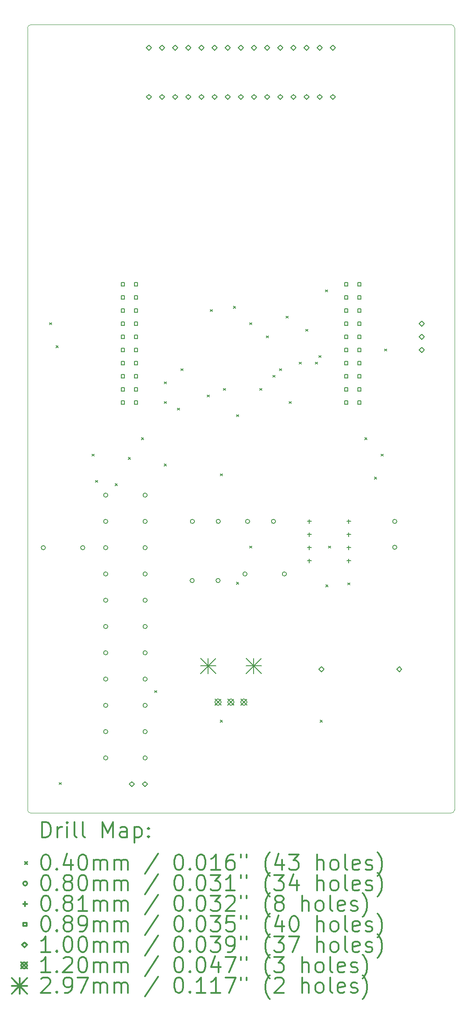
<source format=gbr>
%FSLAX45Y45*%
G04 Gerber Fmt 4.5, Leading zero omitted, Abs format (unit mm)*
G04 Created by KiCad (PCBNEW (5.1.9)-1) date 2022-04-18 13:04:57*
%MOMM*%
%LPD*%
G01*
G04 APERTURE LIST*
%TA.AperFunction,Profile*%
%ADD10C,0.100000*%
%TD*%
%ADD11C,0.200000*%
%ADD12C,0.300000*%
G04 APERTURE END LIST*
D10*
X10096500Y-1270000D02*
G75*
G02*
X10160000Y-1333500I0J-63500D01*
G01*
X1905000Y-1333500D02*
G75*
G02*
X1968500Y-1270000I63500J0D01*
G01*
X1968500Y-16510000D02*
G75*
G02*
X1905000Y-16446500I0J63500D01*
G01*
X10160000Y-16446500D02*
G75*
G02*
X10096500Y-16510000I-63500J0D01*
G01*
X10160000Y-1333500D02*
X10160000Y-16446500D01*
X1968500Y-1270000D02*
X10096500Y-1270000D01*
X1905000Y-16446500D02*
X1905000Y-1333500D01*
X10096500Y-16510000D02*
X1968500Y-16510000D01*
D11*
X2329500Y-7028500D02*
X2369500Y-7068500D01*
X2369500Y-7028500D02*
X2329500Y-7068500D01*
X2456500Y-7473000D02*
X2496500Y-7513000D01*
X2496500Y-7473000D02*
X2456500Y-7513000D01*
X2520000Y-15918500D02*
X2560000Y-15958500D01*
X2560000Y-15918500D02*
X2520000Y-15958500D01*
X3155000Y-9568500D02*
X3195000Y-9608500D01*
X3195000Y-9568500D02*
X3155000Y-9608500D01*
X3218500Y-10076500D02*
X3258500Y-10116500D01*
X3258500Y-10076500D02*
X3218500Y-10116500D01*
X3599500Y-10140000D02*
X3639500Y-10180000D01*
X3639500Y-10140000D02*
X3599500Y-10180000D01*
X3853500Y-9632000D02*
X3893500Y-9672000D01*
X3893500Y-9632000D02*
X3853500Y-9672000D01*
X4107500Y-9251000D02*
X4147500Y-9291000D01*
X4147500Y-9251000D02*
X4107500Y-9291000D01*
X4361500Y-14140500D02*
X4401500Y-14180500D01*
X4401500Y-14140500D02*
X4361500Y-14180500D01*
X4552000Y-8171500D02*
X4592000Y-8211500D01*
X4592000Y-8171500D02*
X4552000Y-8211500D01*
X4552000Y-8552500D02*
X4592000Y-8592500D01*
X4592000Y-8552500D02*
X4552000Y-8592500D01*
X4552000Y-9759000D02*
X4592000Y-9799000D01*
X4592000Y-9759000D02*
X4552000Y-9799000D01*
X4806000Y-8679500D02*
X4846000Y-8719500D01*
X4846000Y-8679500D02*
X4806000Y-8719500D01*
X4869500Y-7917500D02*
X4909500Y-7957500D01*
X4909500Y-7917500D02*
X4869500Y-7957500D01*
X5377500Y-8425500D02*
X5417500Y-8465500D01*
X5417500Y-8425500D02*
X5377500Y-8465500D01*
X5441000Y-6774500D02*
X5481000Y-6814500D01*
X5481000Y-6774500D02*
X5441000Y-6814500D01*
X5631500Y-9949500D02*
X5671500Y-9989500D01*
X5671500Y-9949500D02*
X5631500Y-9989500D01*
X5631500Y-14712000D02*
X5671500Y-14752000D01*
X5671500Y-14712000D02*
X5631500Y-14752000D01*
X5695000Y-8298500D02*
X5735000Y-8338500D01*
X5735000Y-8298500D02*
X5695000Y-8338500D01*
X5885500Y-6711000D02*
X5925500Y-6751000D01*
X5925500Y-6711000D02*
X5885500Y-6751000D01*
X5949000Y-8806500D02*
X5989000Y-8846500D01*
X5989000Y-8806500D02*
X5949000Y-8846500D01*
X5949000Y-12045000D02*
X5989000Y-12085000D01*
X5989000Y-12045000D02*
X5949000Y-12085000D01*
X6203000Y-7028500D02*
X6243000Y-7068500D01*
X6243000Y-7028500D02*
X6203000Y-7068500D01*
X6203000Y-11346500D02*
X6243000Y-11386500D01*
X6243000Y-11346500D02*
X6203000Y-11386500D01*
X6393500Y-8298500D02*
X6433500Y-8338500D01*
X6433500Y-8298500D02*
X6393500Y-8338500D01*
X6520500Y-7282500D02*
X6560500Y-7322500D01*
X6560500Y-7282500D02*
X6520500Y-7322500D01*
X6647500Y-8044500D02*
X6687500Y-8084500D01*
X6687500Y-8044500D02*
X6647500Y-8084500D01*
X6774500Y-7917500D02*
X6814500Y-7957500D01*
X6814500Y-7917500D02*
X6774500Y-7957500D01*
X6901500Y-6901500D02*
X6941500Y-6941500D01*
X6941500Y-6901500D02*
X6901500Y-6941500D01*
X6965000Y-8552500D02*
X7005000Y-8592500D01*
X7005000Y-8552500D02*
X6965000Y-8592500D01*
X7155500Y-7790500D02*
X7195500Y-7830500D01*
X7195500Y-7790500D02*
X7155500Y-7830500D01*
X7282500Y-7155500D02*
X7322500Y-7195500D01*
X7322500Y-7155500D02*
X7282500Y-7195500D01*
X7473000Y-7790500D02*
X7513000Y-7830500D01*
X7513000Y-7790500D02*
X7473000Y-7830500D01*
X7536500Y-7663500D02*
X7576500Y-7703500D01*
X7576500Y-7663500D02*
X7536500Y-7703500D01*
X7561900Y-14712000D02*
X7601900Y-14752000D01*
X7601900Y-14712000D02*
X7561900Y-14752000D01*
X7663500Y-6393500D02*
X7703500Y-6433500D01*
X7703500Y-6393500D02*
X7663500Y-6433500D01*
X7676200Y-12095800D02*
X7716200Y-12135800D01*
X7716200Y-12095800D02*
X7676200Y-12135800D01*
X7727000Y-11346500D02*
X7767000Y-11386500D01*
X7767000Y-11346500D02*
X7727000Y-11386500D01*
X8095300Y-12057700D02*
X8135300Y-12097700D01*
X8135300Y-12057700D02*
X8095300Y-12097700D01*
X8425500Y-9251000D02*
X8465500Y-9291000D01*
X8465500Y-9251000D02*
X8425500Y-9291000D01*
X8616000Y-10013000D02*
X8656000Y-10053000D01*
X8656000Y-10013000D02*
X8616000Y-10053000D01*
X8743000Y-9568500D02*
X8783000Y-9608500D01*
X8783000Y-9568500D02*
X8743000Y-9608500D01*
X8806500Y-7536500D02*
X8846500Y-7576500D01*
X8846500Y-7536500D02*
X8806500Y-7576500D01*
X2249800Y-11379200D02*
G75*
G03*
X2249800Y-11379200I-40000J0D01*
G01*
X3011800Y-11379200D02*
G75*
G03*
X3011800Y-11379200I-40000J0D01*
G01*
X3456300Y-10363200D02*
G75*
G03*
X3456300Y-10363200I-40000J0D01*
G01*
X3456300Y-10871200D02*
G75*
G03*
X3456300Y-10871200I-40000J0D01*
G01*
X3456300Y-11379200D02*
G75*
G03*
X3456300Y-11379200I-40000J0D01*
G01*
X3456300Y-11887200D02*
G75*
G03*
X3456300Y-11887200I-40000J0D01*
G01*
X3456300Y-12395200D02*
G75*
G03*
X3456300Y-12395200I-40000J0D01*
G01*
X3456300Y-12903200D02*
G75*
G03*
X3456300Y-12903200I-40000J0D01*
G01*
X3456300Y-13411200D02*
G75*
G03*
X3456300Y-13411200I-40000J0D01*
G01*
X3456300Y-13919200D02*
G75*
G03*
X3456300Y-13919200I-40000J0D01*
G01*
X3456300Y-14427200D02*
G75*
G03*
X3456300Y-14427200I-40000J0D01*
G01*
X3456300Y-14935200D02*
G75*
G03*
X3456300Y-14935200I-40000J0D01*
G01*
X3456300Y-15443200D02*
G75*
G03*
X3456300Y-15443200I-40000J0D01*
G01*
X4218300Y-10363200D02*
G75*
G03*
X4218300Y-10363200I-40000J0D01*
G01*
X4218300Y-10871200D02*
G75*
G03*
X4218300Y-10871200I-40000J0D01*
G01*
X4218300Y-11379200D02*
G75*
G03*
X4218300Y-11379200I-40000J0D01*
G01*
X4218300Y-11887200D02*
G75*
G03*
X4218300Y-11887200I-40000J0D01*
G01*
X4218300Y-12395200D02*
G75*
G03*
X4218300Y-12395200I-40000J0D01*
G01*
X4218300Y-12903200D02*
G75*
G03*
X4218300Y-12903200I-40000J0D01*
G01*
X4218300Y-13411200D02*
G75*
G03*
X4218300Y-13411200I-40000J0D01*
G01*
X4218300Y-13919200D02*
G75*
G03*
X4218300Y-13919200I-40000J0D01*
G01*
X4218300Y-14427200D02*
G75*
G03*
X4218300Y-14427200I-40000J0D01*
G01*
X4218300Y-14935200D02*
G75*
G03*
X4218300Y-14935200I-40000J0D01*
G01*
X4218300Y-15443200D02*
G75*
G03*
X4218300Y-15443200I-40000J0D01*
G01*
X5128000Y-12014200D02*
G75*
G03*
X5128000Y-12014200I-40000J0D01*
G01*
X5132700Y-10871200D02*
G75*
G03*
X5132700Y-10871200I-40000J0D01*
G01*
X5628000Y-12014200D02*
G75*
G03*
X5628000Y-12014200I-40000J0D01*
G01*
X5632700Y-10871200D02*
G75*
G03*
X5632700Y-10871200I-40000J0D01*
G01*
X6148700Y-11887200D02*
G75*
G03*
X6148700Y-11887200I-40000J0D01*
G01*
X6199500Y-10871200D02*
G75*
G03*
X6199500Y-10871200I-40000J0D01*
G01*
X6699500Y-10871200D02*
G75*
G03*
X6699500Y-10871200I-40000J0D01*
G01*
X6910700Y-11887200D02*
G75*
G03*
X6910700Y-11887200I-40000J0D01*
G01*
X9044300Y-10871200D02*
G75*
G03*
X9044300Y-10871200I-40000J0D01*
G01*
X9044300Y-11371200D02*
G75*
G03*
X9044300Y-11371200I-40000J0D01*
G01*
X7353300Y-10830560D02*
X7353300Y-10911840D01*
X7312660Y-10871200D02*
X7393940Y-10871200D01*
X7353300Y-11084560D02*
X7353300Y-11165840D01*
X7312660Y-11125200D02*
X7393940Y-11125200D01*
X7353300Y-11338560D02*
X7353300Y-11419840D01*
X7312660Y-11379200D02*
X7393940Y-11379200D01*
X7353300Y-11592560D02*
X7353300Y-11673840D01*
X7312660Y-11633200D02*
X7393940Y-11633200D01*
X8115300Y-10830560D02*
X8115300Y-10911840D01*
X8074660Y-10871200D02*
X8155940Y-10871200D01*
X8115300Y-11084560D02*
X8115300Y-11165840D01*
X8074660Y-11125200D02*
X8155940Y-11125200D01*
X8115300Y-11338560D02*
X8115300Y-11419840D01*
X8074660Y-11379200D02*
X8155940Y-11379200D01*
X8115300Y-11592560D02*
X8115300Y-11673840D01*
X8074660Y-11633200D02*
X8155940Y-11633200D01*
X3777967Y-6317967D02*
X3777967Y-6255033D01*
X3715033Y-6255033D01*
X3715033Y-6317967D01*
X3777967Y-6317967D01*
X3777967Y-6571967D02*
X3777967Y-6509033D01*
X3715033Y-6509033D01*
X3715033Y-6571967D01*
X3777967Y-6571967D01*
X3777967Y-6825967D02*
X3777967Y-6763033D01*
X3715033Y-6763033D01*
X3715033Y-6825967D01*
X3777967Y-6825967D01*
X3777967Y-7079967D02*
X3777967Y-7017033D01*
X3715033Y-7017033D01*
X3715033Y-7079967D01*
X3777967Y-7079967D01*
X3777967Y-7333967D02*
X3777967Y-7271033D01*
X3715033Y-7271033D01*
X3715033Y-7333967D01*
X3777967Y-7333967D01*
X3777967Y-7587967D02*
X3777967Y-7525033D01*
X3715033Y-7525033D01*
X3715033Y-7587967D01*
X3777967Y-7587967D01*
X3777967Y-7841967D02*
X3777967Y-7779033D01*
X3715033Y-7779033D01*
X3715033Y-7841967D01*
X3777967Y-7841967D01*
X3777967Y-8095967D02*
X3777967Y-8033033D01*
X3715033Y-8033033D01*
X3715033Y-8095967D01*
X3777967Y-8095967D01*
X3777967Y-8349967D02*
X3777967Y-8287033D01*
X3715033Y-8287033D01*
X3715033Y-8349967D01*
X3777967Y-8349967D01*
X3777967Y-8603967D02*
X3777967Y-8541033D01*
X3715033Y-8541033D01*
X3715033Y-8603967D01*
X3777967Y-8603967D01*
X4031967Y-6317967D02*
X4031967Y-6255033D01*
X3969033Y-6255033D01*
X3969033Y-6317967D01*
X4031967Y-6317967D01*
X4031967Y-6571967D02*
X4031967Y-6509033D01*
X3969033Y-6509033D01*
X3969033Y-6571967D01*
X4031967Y-6571967D01*
X4031967Y-6825967D02*
X4031967Y-6763033D01*
X3969033Y-6763033D01*
X3969033Y-6825967D01*
X4031967Y-6825967D01*
X4031967Y-7079967D02*
X4031967Y-7017033D01*
X3969033Y-7017033D01*
X3969033Y-7079967D01*
X4031967Y-7079967D01*
X4031967Y-7333967D02*
X4031967Y-7271033D01*
X3969033Y-7271033D01*
X3969033Y-7333967D01*
X4031967Y-7333967D01*
X4031967Y-7587967D02*
X4031967Y-7525033D01*
X3969033Y-7525033D01*
X3969033Y-7587967D01*
X4031967Y-7587967D01*
X4031967Y-7841967D02*
X4031967Y-7779033D01*
X3969033Y-7779033D01*
X3969033Y-7841967D01*
X4031967Y-7841967D01*
X4031967Y-8095967D02*
X4031967Y-8033033D01*
X3969033Y-8033033D01*
X3969033Y-8095967D01*
X4031967Y-8095967D01*
X4031967Y-8349967D02*
X4031967Y-8287033D01*
X3969033Y-8287033D01*
X3969033Y-8349967D01*
X4031967Y-8349967D01*
X4031967Y-8603967D02*
X4031967Y-8541033D01*
X3969033Y-8541033D01*
X3969033Y-8603967D01*
X4031967Y-8603967D01*
X8095967Y-6317967D02*
X8095967Y-6255033D01*
X8033033Y-6255033D01*
X8033033Y-6317967D01*
X8095967Y-6317967D01*
X8095967Y-6571967D02*
X8095967Y-6509033D01*
X8033033Y-6509033D01*
X8033033Y-6571967D01*
X8095967Y-6571967D01*
X8095967Y-6825967D02*
X8095967Y-6763033D01*
X8033033Y-6763033D01*
X8033033Y-6825967D01*
X8095967Y-6825967D01*
X8095967Y-7079967D02*
X8095967Y-7017033D01*
X8033033Y-7017033D01*
X8033033Y-7079967D01*
X8095967Y-7079967D01*
X8095967Y-7333967D02*
X8095967Y-7271033D01*
X8033033Y-7271033D01*
X8033033Y-7333967D01*
X8095967Y-7333967D01*
X8095967Y-7587967D02*
X8095967Y-7525033D01*
X8033033Y-7525033D01*
X8033033Y-7587967D01*
X8095967Y-7587967D01*
X8095967Y-7841967D02*
X8095967Y-7779033D01*
X8033033Y-7779033D01*
X8033033Y-7841967D01*
X8095967Y-7841967D01*
X8095967Y-8095967D02*
X8095967Y-8033033D01*
X8033033Y-8033033D01*
X8033033Y-8095967D01*
X8095967Y-8095967D01*
X8095967Y-8349967D02*
X8095967Y-8287033D01*
X8033033Y-8287033D01*
X8033033Y-8349967D01*
X8095967Y-8349967D01*
X8095967Y-8603967D02*
X8095967Y-8541033D01*
X8033033Y-8541033D01*
X8033033Y-8603967D01*
X8095967Y-8603967D01*
X8349967Y-6317967D02*
X8349967Y-6255033D01*
X8287033Y-6255033D01*
X8287033Y-6317967D01*
X8349967Y-6317967D01*
X8349967Y-6571967D02*
X8349967Y-6509033D01*
X8287033Y-6509033D01*
X8287033Y-6571967D01*
X8349967Y-6571967D01*
X8349967Y-6825967D02*
X8349967Y-6763033D01*
X8287033Y-6763033D01*
X8287033Y-6825967D01*
X8349967Y-6825967D01*
X8349967Y-7079967D02*
X8349967Y-7017033D01*
X8287033Y-7017033D01*
X8287033Y-7079967D01*
X8349967Y-7079967D01*
X8349967Y-7333967D02*
X8349967Y-7271033D01*
X8287033Y-7271033D01*
X8287033Y-7333967D01*
X8349967Y-7333967D01*
X8349967Y-7587967D02*
X8349967Y-7525033D01*
X8287033Y-7525033D01*
X8287033Y-7587967D01*
X8349967Y-7587967D01*
X8349967Y-7841967D02*
X8349967Y-7779033D01*
X8287033Y-7779033D01*
X8287033Y-7841967D01*
X8349967Y-7841967D01*
X8349967Y-8095967D02*
X8349967Y-8033033D01*
X8287033Y-8033033D01*
X8287033Y-8095967D01*
X8349967Y-8095967D01*
X8349967Y-8349967D02*
X8349967Y-8287033D01*
X8287033Y-8287033D01*
X8287033Y-8349967D01*
X8349967Y-8349967D01*
X8349967Y-8603967D02*
X8349967Y-8541033D01*
X8287033Y-8541033D01*
X8287033Y-8603967D01*
X8349967Y-8603967D01*
X3924300Y-16001200D02*
X3974300Y-15951200D01*
X3924300Y-15901200D01*
X3874300Y-15951200D01*
X3924300Y-16001200D01*
X4178300Y-16001200D02*
X4228300Y-15951200D01*
X4178300Y-15901200D01*
X4128300Y-15951200D01*
X4178300Y-16001200D01*
X4254500Y-1764500D02*
X4304500Y-1714500D01*
X4254500Y-1664500D01*
X4204500Y-1714500D01*
X4254500Y-1764500D01*
X4254500Y-2717000D02*
X4304500Y-2667000D01*
X4254500Y-2617000D01*
X4204500Y-2667000D01*
X4254500Y-2717000D01*
X4508500Y-1764500D02*
X4558500Y-1714500D01*
X4508500Y-1664500D01*
X4458500Y-1714500D01*
X4508500Y-1764500D01*
X4508500Y-2717000D02*
X4558500Y-2667000D01*
X4508500Y-2617000D01*
X4458500Y-2667000D01*
X4508500Y-2717000D01*
X4762500Y-1764500D02*
X4812500Y-1714500D01*
X4762500Y-1664500D01*
X4712500Y-1714500D01*
X4762500Y-1764500D01*
X4762500Y-2717000D02*
X4812500Y-2667000D01*
X4762500Y-2617000D01*
X4712500Y-2667000D01*
X4762500Y-2717000D01*
X5016500Y-1764500D02*
X5066500Y-1714500D01*
X5016500Y-1664500D01*
X4966500Y-1714500D01*
X5016500Y-1764500D01*
X5016500Y-2717000D02*
X5066500Y-2667000D01*
X5016500Y-2617000D01*
X4966500Y-2667000D01*
X5016500Y-2717000D01*
X5270500Y-1764500D02*
X5320500Y-1714500D01*
X5270500Y-1664500D01*
X5220500Y-1714500D01*
X5270500Y-1764500D01*
X5270500Y-2717000D02*
X5320500Y-2667000D01*
X5270500Y-2617000D01*
X5220500Y-2667000D01*
X5270500Y-2717000D01*
X5524500Y-1764500D02*
X5574500Y-1714500D01*
X5524500Y-1664500D01*
X5474500Y-1714500D01*
X5524500Y-1764500D01*
X5524500Y-2717000D02*
X5574500Y-2667000D01*
X5524500Y-2617000D01*
X5474500Y-2667000D01*
X5524500Y-2717000D01*
X5778500Y-1764500D02*
X5828500Y-1714500D01*
X5778500Y-1664500D01*
X5728500Y-1714500D01*
X5778500Y-1764500D01*
X5778500Y-2717000D02*
X5828500Y-2667000D01*
X5778500Y-2617000D01*
X5728500Y-2667000D01*
X5778500Y-2717000D01*
X6032500Y-1764500D02*
X6082500Y-1714500D01*
X6032500Y-1664500D01*
X5982500Y-1714500D01*
X6032500Y-1764500D01*
X6032500Y-2717000D02*
X6082500Y-2667000D01*
X6032500Y-2617000D01*
X5982500Y-2667000D01*
X6032500Y-2717000D01*
X6286500Y-1764500D02*
X6336500Y-1714500D01*
X6286500Y-1664500D01*
X6236500Y-1714500D01*
X6286500Y-1764500D01*
X6286500Y-2717000D02*
X6336500Y-2667000D01*
X6286500Y-2617000D01*
X6236500Y-2667000D01*
X6286500Y-2717000D01*
X6540500Y-1764500D02*
X6590500Y-1714500D01*
X6540500Y-1664500D01*
X6490500Y-1714500D01*
X6540500Y-1764500D01*
X6540500Y-2717000D02*
X6590500Y-2667000D01*
X6540500Y-2617000D01*
X6490500Y-2667000D01*
X6540500Y-2717000D01*
X6794500Y-1764500D02*
X6844500Y-1714500D01*
X6794500Y-1664500D01*
X6744500Y-1714500D01*
X6794500Y-1764500D01*
X6794500Y-2717000D02*
X6844500Y-2667000D01*
X6794500Y-2617000D01*
X6744500Y-2667000D01*
X6794500Y-2717000D01*
X7048500Y-1764500D02*
X7098500Y-1714500D01*
X7048500Y-1664500D01*
X6998500Y-1714500D01*
X7048500Y-1764500D01*
X7048500Y-2717000D02*
X7098500Y-2667000D01*
X7048500Y-2617000D01*
X6998500Y-2667000D01*
X7048500Y-2717000D01*
X7302500Y-1764500D02*
X7352500Y-1714500D01*
X7302500Y-1664500D01*
X7252500Y-1714500D01*
X7302500Y-1764500D01*
X7302500Y-2717000D02*
X7352500Y-2667000D01*
X7302500Y-2617000D01*
X7252500Y-2667000D01*
X7302500Y-2717000D01*
X7556500Y-1764500D02*
X7606500Y-1714500D01*
X7556500Y-1664500D01*
X7506500Y-1714500D01*
X7556500Y-1764500D01*
X7556500Y-2717000D02*
X7606500Y-2667000D01*
X7556500Y-2617000D01*
X7506500Y-2667000D01*
X7556500Y-2717000D01*
X7590800Y-13778700D02*
X7640800Y-13728700D01*
X7590800Y-13678700D01*
X7540800Y-13728700D01*
X7590800Y-13778700D01*
X7810500Y-1764500D02*
X7860500Y-1714500D01*
X7810500Y-1664500D01*
X7760500Y-1714500D01*
X7810500Y-1764500D01*
X7810500Y-2717000D02*
X7860500Y-2667000D01*
X7810500Y-2617000D01*
X7760500Y-2667000D01*
X7810500Y-2717000D01*
X9090800Y-13778700D02*
X9140800Y-13728700D01*
X9090800Y-13678700D01*
X9040800Y-13728700D01*
X9090800Y-13778700D01*
X9525000Y-7098500D02*
X9575000Y-7048500D01*
X9525000Y-6998500D01*
X9475000Y-7048500D01*
X9525000Y-7098500D01*
X9525000Y-7352500D02*
X9575000Y-7302500D01*
X9525000Y-7252500D01*
X9475000Y-7302500D01*
X9525000Y-7352500D01*
X9525000Y-7606500D02*
X9575000Y-7556500D01*
X9525000Y-7506500D01*
X9475000Y-7556500D01*
X9525000Y-7606500D01*
X5527500Y-14305200D02*
X5647500Y-14425200D01*
X5647500Y-14305200D02*
X5527500Y-14425200D01*
X5647500Y-14365200D02*
G75*
G03*
X5647500Y-14365200I-60000J0D01*
G01*
X5777500Y-14305200D02*
X5897500Y-14425200D01*
X5897500Y-14305200D02*
X5777500Y-14425200D01*
X5897500Y-14365200D02*
G75*
G03*
X5897500Y-14365200I-60000J0D01*
G01*
X6027500Y-14305200D02*
X6147500Y-14425200D01*
X6147500Y-14305200D02*
X6027500Y-14425200D01*
X6147500Y-14365200D02*
G75*
G03*
X6147500Y-14365200I-60000J0D01*
G01*
X5248840Y-13516540D02*
X5546160Y-13813860D01*
X5546160Y-13516540D02*
X5248840Y-13813860D01*
X5397500Y-13516540D02*
X5397500Y-13813860D01*
X5248840Y-13665200D02*
X5546160Y-13665200D01*
X6128840Y-13516540D02*
X6426160Y-13813860D01*
X6426160Y-13516540D02*
X6128840Y-13813860D01*
X6277500Y-13516540D02*
X6277500Y-13813860D01*
X6128840Y-13665200D02*
X6426160Y-13665200D01*
D12*
X2186428Y-16980714D02*
X2186428Y-16680714D01*
X2257857Y-16680714D01*
X2300714Y-16695000D01*
X2329286Y-16723571D01*
X2343571Y-16752143D01*
X2357857Y-16809286D01*
X2357857Y-16852143D01*
X2343571Y-16909286D01*
X2329286Y-16937857D01*
X2300714Y-16966429D01*
X2257857Y-16980714D01*
X2186428Y-16980714D01*
X2486428Y-16980714D02*
X2486428Y-16780714D01*
X2486428Y-16837857D02*
X2500714Y-16809286D01*
X2515000Y-16795000D01*
X2543571Y-16780714D01*
X2572143Y-16780714D01*
X2672143Y-16980714D02*
X2672143Y-16780714D01*
X2672143Y-16680714D02*
X2657857Y-16695000D01*
X2672143Y-16709286D01*
X2686428Y-16695000D01*
X2672143Y-16680714D01*
X2672143Y-16709286D01*
X2857857Y-16980714D02*
X2829286Y-16966429D01*
X2815000Y-16937857D01*
X2815000Y-16680714D01*
X3015000Y-16980714D02*
X2986428Y-16966429D01*
X2972143Y-16937857D01*
X2972143Y-16680714D01*
X3357857Y-16980714D02*
X3357857Y-16680714D01*
X3457857Y-16895000D01*
X3557857Y-16680714D01*
X3557857Y-16980714D01*
X3829286Y-16980714D02*
X3829286Y-16823572D01*
X3815000Y-16795000D01*
X3786428Y-16780714D01*
X3729286Y-16780714D01*
X3700714Y-16795000D01*
X3829286Y-16966429D02*
X3800714Y-16980714D01*
X3729286Y-16980714D01*
X3700714Y-16966429D01*
X3686428Y-16937857D01*
X3686428Y-16909286D01*
X3700714Y-16880714D01*
X3729286Y-16866429D01*
X3800714Y-16866429D01*
X3829286Y-16852143D01*
X3972143Y-16780714D02*
X3972143Y-17080714D01*
X3972143Y-16795000D02*
X4000714Y-16780714D01*
X4057857Y-16780714D01*
X4086428Y-16795000D01*
X4100714Y-16809286D01*
X4115000Y-16837857D01*
X4115000Y-16923572D01*
X4100714Y-16952143D01*
X4086428Y-16966429D01*
X4057857Y-16980714D01*
X4000714Y-16980714D01*
X3972143Y-16966429D01*
X4243571Y-16952143D02*
X4257857Y-16966429D01*
X4243571Y-16980714D01*
X4229286Y-16966429D01*
X4243571Y-16952143D01*
X4243571Y-16980714D01*
X4243571Y-16795000D02*
X4257857Y-16809286D01*
X4243571Y-16823572D01*
X4229286Y-16809286D01*
X4243571Y-16795000D01*
X4243571Y-16823572D01*
X1860000Y-17455000D02*
X1900000Y-17495000D01*
X1900000Y-17455000D02*
X1860000Y-17495000D01*
X2243571Y-17310714D02*
X2272143Y-17310714D01*
X2300714Y-17325000D01*
X2315000Y-17339286D01*
X2329286Y-17367857D01*
X2343571Y-17425000D01*
X2343571Y-17496429D01*
X2329286Y-17553572D01*
X2315000Y-17582143D01*
X2300714Y-17596429D01*
X2272143Y-17610714D01*
X2243571Y-17610714D01*
X2215000Y-17596429D01*
X2200714Y-17582143D01*
X2186428Y-17553572D01*
X2172143Y-17496429D01*
X2172143Y-17425000D01*
X2186428Y-17367857D01*
X2200714Y-17339286D01*
X2215000Y-17325000D01*
X2243571Y-17310714D01*
X2472143Y-17582143D02*
X2486428Y-17596429D01*
X2472143Y-17610714D01*
X2457857Y-17596429D01*
X2472143Y-17582143D01*
X2472143Y-17610714D01*
X2743571Y-17410714D02*
X2743571Y-17610714D01*
X2672143Y-17296429D02*
X2600714Y-17510714D01*
X2786428Y-17510714D01*
X2957857Y-17310714D02*
X2986428Y-17310714D01*
X3015000Y-17325000D01*
X3029286Y-17339286D01*
X3043571Y-17367857D01*
X3057857Y-17425000D01*
X3057857Y-17496429D01*
X3043571Y-17553572D01*
X3029286Y-17582143D01*
X3015000Y-17596429D01*
X2986428Y-17610714D01*
X2957857Y-17610714D01*
X2929286Y-17596429D01*
X2915000Y-17582143D01*
X2900714Y-17553572D01*
X2886428Y-17496429D01*
X2886428Y-17425000D01*
X2900714Y-17367857D01*
X2915000Y-17339286D01*
X2929286Y-17325000D01*
X2957857Y-17310714D01*
X3186428Y-17610714D02*
X3186428Y-17410714D01*
X3186428Y-17439286D02*
X3200714Y-17425000D01*
X3229286Y-17410714D01*
X3272143Y-17410714D01*
X3300714Y-17425000D01*
X3315000Y-17453572D01*
X3315000Y-17610714D01*
X3315000Y-17453572D02*
X3329286Y-17425000D01*
X3357857Y-17410714D01*
X3400714Y-17410714D01*
X3429286Y-17425000D01*
X3443571Y-17453572D01*
X3443571Y-17610714D01*
X3586428Y-17610714D02*
X3586428Y-17410714D01*
X3586428Y-17439286D02*
X3600714Y-17425000D01*
X3629286Y-17410714D01*
X3672143Y-17410714D01*
X3700714Y-17425000D01*
X3715000Y-17453572D01*
X3715000Y-17610714D01*
X3715000Y-17453572D02*
X3729286Y-17425000D01*
X3757857Y-17410714D01*
X3800714Y-17410714D01*
X3829286Y-17425000D01*
X3843571Y-17453572D01*
X3843571Y-17610714D01*
X4429286Y-17296429D02*
X4172143Y-17682143D01*
X4815000Y-17310714D02*
X4843571Y-17310714D01*
X4872143Y-17325000D01*
X4886428Y-17339286D01*
X4900714Y-17367857D01*
X4915000Y-17425000D01*
X4915000Y-17496429D01*
X4900714Y-17553572D01*
X4886428Y-17582143D01*
X4872143Y-17596429D01*
X4843571Y-17610714D01*
X4815000Y-17610714D01*
X4786428Y-17596429D01*
X4772143Y-17582143D01*
X4757857Y-17553572D01*
X4743571Y-17496429D01*
X4743571Y-17425000D01*
X4757857Y-17367857D01*
X4772143Y-17339286D01*
X4786428Y-17325000D01*
X4815000Y-17310714D01*
X5043571Y-17582143D02*
X5057857Y-17596429D01*
X5043571Y-17610714D01*
X5029286Y-17596429D01*
X5043571Y-17582143D01*
X5043571Y-17610714D01*
X5243571Y-17310714D02*
X5272143Y-17310714D01*
X5300714Y-17325000D01*
X5315000Y-17339286D01*
X5329286Y-17367857D01*
X5343571Y-17425000D01*
X5343571Y-17496429D01*
X5329286Y-17553572D01*
X5315000Y-17582143D01*
X5300714Y-17596429D01*
X5272143Y-17610714D01*
X5243571Y-17610714D01*
X5215000Y-17596429D01*
X5200714Y-17582143D01*
X5186428Y-17553572D01*
X5172143Y-17496429D01*
X5172143Y-17425000D01*
X5186428Y-17367857D01*
X5200714Y-17339286D01*
X5215000Y-17325000D01*
X5243571Y-17310714D01*
X5629286Y-17610714D02*
X5457857Y-17610714D01*
X5543571Y-17610714D02*
X5543571Y-17310714D01*
X5515000Y-17353572D01*
X5486428Y-17382143D01*
X5457857Y-17396429D01*
X5886428Y-17310714D02*
X5829286Y-17310714D01*
X5800714Y-17325000D01*
X5786428Y-17339286D01*
X5757857Y-17382143D01*
X5743571Y-17439286D01*
X5743571Y-17553572D01*
X5757857Y-17582143D01*
X5772143Y-17596429D01*
X5800714Y-17610714D01*
X5857857Y-17610714D01*
X5886428Y-17596429D01*
X5900714Y-17582143D01*
X5915000Y-17553572D01*
X5915000Y-17482143D01*
X5900714Y-17453572D01*
X5886428Y-17439286D01*
X5857857Y-17425000D01*
X5800714Y-17425000D01*
X5772143Y-17439286D01*
X5757857Y-17453572D01*
X5743571Y-17482143D01*
X6029286Y-17310714D02*
X6029286Y-17367857D01*
X6143571Y-17310714D02*
X6143571Y-17367857D01*
X6586428Y-17725000D02*
X6572143Y-17710714D01*
X6543571Y-17667857D01*
X6529286Y-17639286D01*
X6515000Y-17596429D01*
X6500714Y-17525000D01*
X6500714Y-17467857D01*
X6515000Y-17396429D01*
X6529286Y-17353572D01*
X6543571Y-17325000D01*
X6572143Y-17282143D01*
X6586428Y-17267857D01*
X6829286Y-17410714D02*
X6829286Y-17610714D01*
X6757857Y-17296429D02*
X6686428Y-17510714D01*
X6872143Y-17510714D01*
X6957857Y-17310714D02*
X7143571Y-17310714D01*
X7043571Y-17425000D01*
X7086428Y-17425000D01*
X7115000Y-17439286D01*
X7129286Y-17453572D01*
X7143571Y-17482143D01*
X7143571Y-17553572D01*
X7129286Y-17582143D01*
X7115000Y-17596429D01*
X7086428Y-17610714D01*
X7000714Y-17610714D01*
X6972143Y-17596429D01*
X6957857Y-17582143D01*
X7500714Y-17610714D02*
X7500714Y-17310714D01*
X7629286Y-17610714D02*
X7629286Y-17453572D01*
X7615000Y-17425000D01*
X7586428Y-17410714D01*
X7543571Y-17410714D01*
X7515000Y-17425000D01*
X7500714Y-17439286D01*
X7815000Y-17610714D02*
X7786428Y-17596429D01*
X7772143Y-17582143D01*
X7757857Y-17553572D01*
X7757857Y-17467857D01*
X7772143Y-17439286D01*
X7786428Y-17425000D01*
X7815000Y-17410714D01*
X7857857Y-17410714D01*
X7886428Y-17425000D01*
X7900714Y-17439286D01*
X7915000Y-17467857D01*
X7915000Y-17553572D01*
X7900714Y-17582143D01*
X7886428Y-17596429D01*
X7857857Y-17610714D01*
X7815000Y-17610714D01*
X8086428Y-17610714D02*
X8057857Y-17596429D01*
X8043571Y-17567857D01*
X8043571Y-17310714D01*
X8315000Y-17596429D02*
X8286428Y-17610714D01*
X8229286Y-17610714D01*
X8200714Y-17596429D01*
X8186428Y-17567857D01*
X8186428Y-17453572D01*
X8200714Y-17425000D01*
X8229286Y-17410714D01*
X8286428Y-17410714D01*
X8315000Y-17425000D01*
X8329286Y-17453572D01*
X8329286Y-17482143D01*
X8186428Y-17510714D01*
X8443571Y-17596429D02*
X8472143Y-17610714D01*
X8529286Y-17610714D01*
X8557857Y-17596429D01*
X8572143Y-17567857D01*
X8572143Y-17553572D01*
X8557857Y-17525000D01*
X8529286Y-17510714D01*
X8486428Y-17510714D01*
X8457857Y-17496429D01*
X8443571Y-17467857D01*
X8443571Y-17453572D01*
X8457857Y-17425000D01*
X8486428Y-17410714D01*
X8529286Y-17410714D01*
X8557857Y-17425000D01*
X8672143Y-17725000D02*
X8686428Y-17710714D01*
X8715000Y-17667857D01*
X8729286Y-17639286D01*
X8743571Y-17596429D01*
X8757857Y-17525000D01*
X8757857Y-17467857D01*
X8743571Y-17396429D01*
X8729286Y-17353572D01*
X8715000Y-17325000D01*
X8686428Y-17282143D01*
X8672143Y-17267857D01*
X1900000Y-17871000D02*
G75*
G03*
X1900000Y-17871000I-40000J0D01*
G01*
X2243571Y-17706714D02*
X2272143Y-17706714D01*
X2300714Y-17721000D01*
X2315000Y-17735286D01*
X2329286Y-17763857D01*
X2343571Y-17821000D01*
X2343571Y-17892429D01*
X2329286Y-17949572D01*
X2315000Y-17978143D01*
X2300714Y-17992429D01*
X2272143Y-18006714D01*
X2243571Y-18006714D01*
X2215000Y-17992429D01*
X2200714Y-17978143D01*
X2186428Y-17949572D01*
X2172143Y-17892429D01*
X2172143Y-17821000D01*
X2186428Y-17763857D01*
X2200714Y-17735286D01*
X2215000Y-17721000D01*
X2243571Y-17706714D01*
X2472143Y-17978143D02*
X2486428Y-17992429D01*
X2472143Y-18006714D01*
X2457857Y-17992429D01*
X2472143Y-17978143D01*
X2472143Y-18006714D01*
X2657857Y-17835286D02*
X2629286Y-17821000D01*
X2615000Y-17806714D01*
X2600714Y-17778143D01*
X2600714Y-17763857D01*
X2615000Y-17735286D01*
X2629286Y-17721000D01*
X2657857Y-17706714D01*
X2715000Y-17706714D01*
X2743571Y-17721000D01*
X2757857Y-17735286D01*
X2772143Y-17763857D01*
X2772143Y-17778143D01*
X2757857Y-17806714D01*
X2743571Y-17821000D01*
X2715000Y-17835286D01*
X2657857Y-17835286D01*
X2629286Y-17849572D01*
X2615000Y-17863857D01*
X2600714Y-17892429D01*
X2600714Y-17949572D01*
X2615000Y-17978143D01*
X2629286Y-17992429D01*
X2657857Y-18006714D01*
X2715000Y-18006714D01*
X2743571Y-17992429D01*
X2757857Y-17978143D01*
X2772143Y-17949572D01*
X2772143Y-17892429D01*
X2757857Y-17863857D01*
X2743571Y-17849572D01*
X2715000Y-17835286D01*
X2957857Y-17706714D02*
X2986428Y-17706714D01*
X3015000Y-17721000D01*
X3029286Y-17735286D01*
X3043571Y-17763857D01*
X3057857Y-17821000D01*
X3057857Y-17892429D01*
X3043571Y-17949572D01*
X3029286Y-17978143D01*
X3015000Y-17992429D01*
X2986428Y-18006714D01*
X2957857Y-18006714D01*
X2929286Y-17992429D01*
X2915000Y-17978143D01*
X2900714Y-17949572D01*
X2886428Y-17892429D01*
X2886428Y-17821000D01*
X2900714Y-17763857D01*
X2915000Y-17735286D01*
X2929286Y-17721000D01*
X2957857Y-17706714D01*
X3186428Y-18006714D02*
X3186428Y-17806714D01*
X3186428Y-17835286D02*
X3200714Y-17821000D01*
X3229286Y-17806714D01*
X3272143Y-17806714D01*
X3300714Y-17821000D01*
X3315000Y-17849572D01*
X3315000Y-18006714D01*
X3315000Y-17849572D02*
X3329286Y-17821000D01*
X3357857Y-17806714D01*
X3400714Y-17806714D01*
X3429286Y-17821000D01*
X3443571Y-17849572D01*
X3443571Y-18006714D01*
X3586428Y-18006714D02*
X3586428Y-17806714D01*
X3586428Y-17835286D02*
X3600714Y-17821000D01*
X3629286Y-17806714D01*
X3672143Y-17806714D01*
X3700714Y-17821000D01*
X3715000Y-17849572D01*
X3715000Y-18006714D01*
X3715000Y-17849572D02*
X3729286Y-17821000D01*
X3757857Y-17806714D01*
X3800714Y-17806714D01*
X3829286Y-17821000D01*
X3843571Y-17849572D01*
X3843571Y-18006714D01*
X4429286Y-17692429D02*
X4172143Y-18078143D01*
X4815000Y-17706714D02*
X4843571Y-17706714D01*
X4872143Y-17721000D01*
X4886428Y-17735286D01*
X4900714Y-17763857D01*
X4915000Y-17821000D01*
X4915000Y-17892429D01*
X4900714Y-17949572D01*
X4886428Y-17978143D01*
X4872143Y-17992429D01*
X4843571Y-18006714D01*
X4815000Y-18006714D01*
X4786428Y-17992429D01*
X4772143Y-17978143D01*
X4757857Y-17949572D01*
X4743571Y-17892429D01*
X4743571Y-17821000D01*
X4757857Y-17763857D01*
X4772143Y-17735286D01*
X4786428Y-17721000D01*
X4815000Y-17706714D01*
X5043571Y-17978143D02*
X5057857Y-17992429D01*
X5043571Y-18006714D01*
X5029286Y-17992429D01*
X5043571Y-17978143D01*
X5043571Y-18006714D01*
X5243571Y-17706714D02*
X5272143Y-17706714D01*
X5300714Y-17721000D01*
X5315000Y-17735286D01*
X5329286Y-17763857D01*
X5343571Y-17821000D01*
X5343571Y-17892429D01*
X5329286Y-17949572D01*
X5315000Y-17978143D01*
X5300714Y-17992429D01*
X5272143Y-18006714D01*
X5243571Y-18006714D01*
X5215000Y-17992429D01*
X5200714Y-17978143D01*
X5186428Y-17949572D01*
X5172143Y-17892429D01*
X5172143Y-17821000D01*
X5186428Y-17763857D01*
X5200714Y-17735286D01*
X5215000Y-17721000D01*
X5243571Y-17706714D01*
X5443571Y-17706714D02*
X5629286Y-17706714D01*
X5529286Y-17821000D01*
X5572143Y-17821000D01*
X5600714Y-17835286D01*
X5615000Y-17849572D01*
X5629286Y-17878143D01*
X5629286Y-17949572D01*
X5615000Y-17978143D01*
X5600714Y-17992429D01*
X5572143Y-18006714D01*
X5486428Y-18006714D01*
X5457857Y-17992429D01*
X5443571Y-17978143D01*
X5915000Y-18006714D02*
X5743571Y-18006714D01*
X5829286Y-18006714D02*
X5829286Y-17706714D01*
X5800714Y-17749572D01*
X5772143Y-17778143D01*
X5743571Y-17792429D01*
X6029286Y-17706714D02*
X6029286Y-17763857D01*
X6143571Y-17706714D02*
X6143571Y-17763857D01*
X6586428Y-18121000D02*
X6572143Y-18106714D01*
X6543571Y-18063857D01*
X6529286Y-18035286D01*
X6515000Y-17992429D01*
X6500714Y-17921000D01*
X6500714Y-17863857D01*
X6515000Y-17792429D01*
X6529286Y-17749572D01*
X6543571Y-17721000D01*
X6572143Y-17678143D01*
X6586428Y-17663857D01*
X6672143Y-17706714D02*
X6857857Y-17706714D01*
X6757857Y-17821000D01*
X6800714Y-17821000D01*
X6829286Y-17835286D01*
X6843571Y-17849572D01*
X6857857Y-17878143D01*
X6857857Y-17949572D01*
X6843571Y-17978143D01*
X6829286Y-17992429D01*
X6800714Y-18006714D01*
X6715000Y-18006714D01*
X6686428Y-17992429D01*
X6672143Y-17978143D01*
X7115000Y-17806714D02*
X7115000Y-18006714D01*
X7043571Y-17692429D02*
X6972143Y-17906714D01*
X7157857Y-17906714D01*
X7500714Y-18006714D02*
X7500714Y-17706714D01*
X7629286Y-18006714D02*
X7629286Y-17849572D01*
X7615000Y-17821000D01*
X7586428Y-17806714D01*
X7543571Y-17806714D01*
X7515000Y-17821000D01*
X7500714Y-17835286D01*
X7815000Y-18006714D02*
X7786428Y-17992429D01*
X7772143Y-17978143D01*
X7757857Y-17949572D01*
X7757857Y-17863857D01*
X7772143Y-17835286D01*
X7786428Y-17821000D01*
X7815000Y-17806714D01*
X7857857Y-17806714D01*
X7886428Y-17821000D01*
X7900714Y-17835286D01*
X7915000Y-17863857D01*
X7915000Y-17949572D01*
X7900714Y-17978143D01*
X7886428Y-17992429D01*
X7857857Y-18006714D01*
X7815000Y-18006714D01*
X8086428Y-18006714D02*
X8057857Y-17992429D01*
X8043571Y-17963857D01*
X8043571Y-17706714D01*
X8315000Y-17992429D02*
X8286428Y-18006714D01*
X8229286Y-18006714D01*
X8200714Y-17992429D01*
X8186428Y-17963857D01*
X8186428Y-17849572D01*
X8200714Y-17821000D01*
X8229286Y-17806714D01*
X8286428Y-17806714D01*
X8315000Y-17821000D01*
X8329286Y-17849572D01*
X8329286Y-17878143D01*
X8186428Y-17906714D01*
X8443571Y-17992429D02*
X8472143Y-18006714D01*
X8529286Y-18006714D01*
X8557857Y-17992429D01*
X8572143Y-17963857D01*
X8572143Y-17949572D01*
X8557857Y-17921000D01*
X8529286Y-17906714D01*
X8486428Y-17906714D01*
X8457857Y-17892429D01*
X8443571Y-17863857D01*
X8443571Y-17849572D01*
X8457857Y-17821000D01*
X8486428Y-17806714D01*
X8529286Y-17806714D01*
X8557857Y-17821000D01*
X8672143Y-18121000D02*
X8686428Y-18106714D01*
X8715000Y-18063857D01*
X8729286Y-18035286D01*
X8743571Y-17992429D01*
X8757857Y-17921000D01*
X8757857Y-17863857D01*
X8743571Y-17792429D01*
X8729286Y-17749572D01*
X8715000Y-17721000D01*
X8686428Y-17678143D01*
X8672143Y-17663857D01*
X1859360Y-18226360D02*
X1859360Y-18307640D01*
X1818720Y-18267000D02*
X1900000Y-18267000D01*
X2243571Y-18102714D02*
X2272143Y-18102714D01*
X2300714Y-18117000D01*
X2315000Y-18131286D01*
X2329286Y-18159857D01*
X2343571Y-18217000D01*
X2343571Y-18288429D01*
X2329286Y-18345572D01*
X2315000Y-18374143D01*
X2300714Y-18388429D01*
X2272143Y-18402714D01*
X2243571Y-18402714D01*
X2215000Y-18388429D01*
X2200714Y-18374143D01*
X2186428Y-18345572D01*
X2172143Y-18288429D01*
X2172143Y-18217000D01*
X2186428Y-18159857D01*
X2200714Y-18131286D01*
X2215000Y-18117000D01*
X2243571Y-18102714D01*
X2472143Y-18374143D02*
X2486428Y-18388429D01*
X2472143Y-18402714D01*
X2457857Y-18388429D01*
X2472143Y-18374143D01*
X2472143Y-18402714D01*
X2657857Y-18231286D02*
X2629286Y-18217000D01*
X2615000Y-18202714D01*
X2600714Y-18174143D01*
X2600714Y-18159857D01*
X2615000Y-18131286D01*
X2629286Y-18117000D01*
X2657857Y-18102714D01*
X2715000Y-18102714D01*
X2743571Y-18117000D01*
X2757857Y-18131286D01*
X2772143Y-18159857D01*
X2772143Y-18174143D01*
X2757857Y-18202714D01*
X2743571Y-18217000D01*
X2715000Y-18231286D01*
X2657857Y-18231286D01*
X2629286Y-18245572D01*
X2615000Y-18259857D01*
X2600714Y-18288429D01*
X2600714Y-18345572D01*
X2615000Y-18374143D01*
X2629286Y-18388429D01*
X2657857Y-18402714D01*
X2715000Y-18402714D01*
X2743571Y-18388429D01*
X2757857Y-18374143D01*
X2772143Y-18345572D01*
X2772143Y-18288429D01*
X2757857Y-18259857D01*
X2743571Y-18245572D01*
X2715000Y-18231286D01*
X3057857Y-18402714D02*
X2886428Y-18402714D01*
X2972143Y-18402714D02*
X2972143Y-18102714D01*
X2943571Y-18145572D01*
X2915000Y-18174143D01*
X2886428Y-18188429D01*
X3186428Y-18402714D02*
X3186428Y-18202714D01*
X3186428Y-18231286D02*
X3200714Y-18217000D01*
X3229286Y-18202714D01*
X3272143Y-18202714D01*
X3300714Y-18217000D01*
X3315000Y-18245572D01*
X3315000Y-18402714D01*
X3315000Y-18245572D02*
X3329286Y-18217000D01*
X3357857Y-18202714D01*
X3400714Y-18202714D01*
X3429286Y-18217000D01*
X3443571Y-18245572D01*
X3443571Y-18402714D01*
X3586428Y-18402714D02*
X3586428Y-18202714D01*
X3586428Y-18231286D02*
X3600714Y-18217000D01*
X3629286Y-18202714D01*
X3672143Y-18202714D01*
X3700714Y-18217000D01*
X3715000Y-18245572D01*
X3715000Y-18402714D01*
X3715000Y-18245572D02*
X3729286Y-18217000D01*
X3757857Y-18202714D01*
X3800714Y-18202714D01*
X3829286Y-18217000D01*
X3843571Y-18245572D01*
X3843571Y-18402714D01*
X4429286Y-18088429D02*
X4172143Y-18474143D01*
X4815000Y-18102714D02*
X4843571Y-18102714D01*
X4872143Y-18117000D01*
X4886428Y-18131286D01*
X4900714Y-18159857D01*
X4915000Y-18217000D01*
X4915000Y-18288429D01*
X4900714Y-18345572D01*
X4886428Y-18374143D01*
X4872143Y-18388429D01*
X4843571Y-18402714D01*
X4815000Y-18402714D01*
X4786428Y-18388429D01*
X4772143Y-18374143D01*
X4757857Y-18345572D01*
X4743571Y-18288429D01*
X4743571Y-18217000D01*
X4757857Y-18159857D01*
X4772143Y-18131286D01*
X4786428Y-18117000D01*
X4815000Y-18102714D01*
X5043571Y-18374143D02*
X5057857Y-18388429D01*
X5043571Y-18402714D01*
X5029286Y-18388429D01*
X5043571Y-18374143D01*
X5043571Y-18402714D01*
X5243571Y-18102714D02*
X5272143Y-18102714D01*
X5300714Y-18117000D01*
X5315000Y-18131286D01*
X5329286Y-18159857D01*
X5343571Y-18217000D01*
X5343571Y-18288429D01*
X5329286Y-18345572D01*
X5315000Y-18374143D01*
X5300714Y-18388429D01*
X5272143Y-18402714D01*
X5243571Y-18402714D01*
X5215000Y-18388429D01*
X5200714Y-18374143D01*
X5186428Y-18345572D01*
X5172143Y-18288429D01*
X5172143Y-18217000D01*
X5186428Y-18159857D01*
X5200714Y-18131286D01*
X5215000Y-18117000D01*
X5243571Y-18102714D01*
X5443571Y-18102714D02*
X5629286Y-18102714D01*
X5529286Y-18217000D01*
X5572143Y-18217000D01*
X5600714Y-18231286D01*
X5615000Y-18245572D01*
X5629286Y-18274143D01*
X5629286Y-18345572D01*
X5615000Y-18374143D01*
X5600714Y-18388429D01*
X5572143Y-18402714D01*
X5486428Y-18402714D01*
X5457857Y-18388429D01*
X5443571Y-18374143D01*
X5743571Y-18131286D02*
X5757857Y-18117000D01*
X5786428Y-18102714D01*
X5857857Y-18102714D01*
X5886428Y-18117000D01*
X5900714Y-18131286D01*
X5915000Y-18159857D01*
X5915000Y-18188429D01*
X5900714Y-18231286D01*
X5729286Y-18402714D01*
X5915000Y-18402714D01*
X6029286Y-18102714D02*
X6029286Y-18159857D01*
X6143571Y-18102714D02*
X6143571Y-18159857D01*
X6586428Y-18517000D02*
X6572143Y-18502714D01*
X6543571Y-18459857D01*
X6529286Y-18431286D01*
X6515000Y-18388429D01*
X6500714Y-18317000D01*
X6500714Y-18259857D01*
X6515000Y-18188429D01*
X6529286Y-18145572D01*
X6543571Y-18117000D01*
X6572143Y-18074143D01*
X6586428Y-18059857D01*
X6743571Y-18231286D02*
X6715000Y-18217000D01*
X6700714Y-18202714D01*
X6686428Y-18174143D01*
X6686428Y-18159857D01*
X6700714Y-18131286D01*
X6715000Y-18117000D01*
X6743571Y-18102714D01*
X6800714Y-18102714D01*
X6829286Y-18117000D01*
X6843571Y-18131286D01*
X6857857Y-18159857D01*
X6857857Y-18174143D01*
X6843571Y-18202714D01*
X6829286Y-18217000D01*
X6800714Y-18231286D01*
X6743571Y-18231286D01*
X6715000Y-18245572D01*
X6700714Y-18259857D01*
X6686428Y-18288429D01*
X6686428Y-18345572D01*
X6700714Y-18374143D01*
X6715000Y-18388429D01*
X6743571Y-18402714D01*
X6800714Y-18402714D01*
X6829286Y-18388429D01*
X6843571Y-18374143D01*
X6857857Y-18345572D01*
X6857857Y-18288429D01*
X6843571Y-18259857D01*
X6829286Y-18245572D01*
X6800714Y-18231286D01*
X7215000Y-18402714D02*
X7215000Y-18102714D01*
X7343571Y-18402714D02*
X7343571Y-18245572D01*
X7329286Y-18217000D01*
X7300714Y-18202714D01*
X7257857Y-18202714D01*
X7229286Y-18217000D01*
X7215000Y-18231286D01*
X7529286Y-18402714D02*
X7500714Y-18388429D01*
X7486428Y-18374143D01*
X7472143Y-18345572D01*
X7472143Y-18259857D01*
X7486428Y-18231286D01*
X7500714Y-18217000D01*
X7529286Y-18202714D01*
X7572143Y-18202714D01*
X7600714Y-18217000D01*
X7615000Y-18231286D01*
X7629286Y-18259857D01*
X7629286Y-18345572D01*
X7615000Y-18374143D01*
X7600714Y-18388429D01*
X7572143Y-18402714D01*
X7529286Y-18402714D01*
X7800714Y-18402714D02*
X7772143Y-18388429D01*
X7757857Y-18359857D01*
X7757857Y-18102714D01*
X8029286Y-18388429D02*
X8000714Y-18402714D01*
X7943571Y-18402714D01*
X7915000Y-18388429D01*
X7900714Y-18359857D01*
X7900714Y-18245572D01*
X7915000Y-18217000D01*
X7943571Y-18202714D01*
X8000714Y-18202714D01*
X8029286Y-18217000D01*
X8043571Y-18245572D01*
X8043571Y-18274143D01*
X7900714Y-18302714D01*
X8157857Y-18388429D02*
X8186428Y-18402714D01*
X8243571Y-18402714D01*
X8272143Y-18388429D01*
X8286428Y-18359857D01*
X8286428Y-18345572D01*
X8272143Y-18317000D01*
X8243571Y-18302714D01*
X8200714Y-18302714D01*
X8172143Y-18288429D01*
X8157857Y-18259857D01*
X8157857Y-18245572D01*
X8172143Y-18217000D01*
X8200714Y-18202714D01*
X8243571Y-18202714D01*
X8272143Y-18217000D01*
X8386428Y-18517000D02*
X8400714Y-18502714D01*
X8429286Y-18459857D01*
X8443571Y-18431286D01*
X8457857Y-18388429D01*
X8472143Y-18317000D01*
X8472143Y-18259857D01*
X8457857Y-18188429D01*
X8443571Y-18145572D01*
X8429286Y-18117000D01*
X8400714Y-18074143D01*
X8386428Y-18059857D01*
X1886966Y-18694467D02*
X1886966Y-18631534D01*
X1824033Y-18631534D01*
X1824033Y-18694467D01*
X1886966Y-18694467D01*
X2243571Y-18498714D02*
X2272143Y-18498714D01*
X2300714Y-18513000D01*
X2315000Y-18527286D01*
X2329286Y-18555857D01*
X2343571Y-18613000D01*
X2343571Y-18684429D01*
X2329286Y-18741572D01*
X2315000Y-18770143D01*
X2300714Y-18784429D01*
X2272143Y-18798714D01*
X2243571Y-18798714D01*
X2215000Y-18784429D01*
X2200714Y-18770143D01*
X2186428Y-18741572D01*
X2172143Y-18684429D01*
X2172143Y-18613000D01*
X2186428Y-18555857D01*
X2200714Y-18527286D01*
X2215000Y-18513000D01*
X2243571Y-18498714D01*
X2472143Y-18770143D02*
X2486428Y-18784429D01*
X2472143Y-18798714D01*
X2457857Y-18784429D01*
X2472143Y-18770143D01*
X2472143Y-18798714D01*
X2657857Y-18627286D02*
X2629286Y-18613000D01*
X2615000Y-18598714D01*
X2600714Y-18570143D01*
X2600714Y-18555857D01*
X2615000Y-18527286D01*
X2629286Y-18513000D01*
X2657857Y-18498714D01*
X2715000Y-18498714D01*
X2743571Y-18513000D01*
X2757857Y-18527286D01*
X2772143Y-18555857D01*
X2772143Y-18570143D01*
X2757857Y-18598714D01*
X2743571Y-18613000D01*
X2715000Y-18627286D01*
X2657857Y-18627286D01*
X2629286Y-18641572D01*
X2615000Y-18655857D01*
X2600714Y-18684429D01*
X2600714Y-18741572D01*
X2615000Y-18770143D01*
X2629286Y-18784429D01*
X2657857Y-18798714D01*
X2715000Y-18798714D01*
X2743571Y-18784429D01*
X2757857Y-18770143D01*
X2772143Y-18741572D01*
X2772143Y-18684429D01*
X2757857Y-18655857D01*
X2743571Y-18641572D01*
X2715000Y-18627286D01*
X2915000Y-18798714D02*
X2972143Y-18798714D01*
X3000714Y-18784429D01*
X3015000Y-18770143D01*
X3043571Y-18727286D01*
X3057857Y-18670143D01*
X3057857Y-18555857D01*
X3043571Y-18527286D01*
X3029286Y-18513000D01*
X3000714Y-18498714D01*
X2943571Y-18498714D01*
X2915000Y-18513000D01*
X2900714Y-18527286D01*
X2886428Y-18555857D01*
X2886428Y-18627286D01*
X2900714Y-18655857D01*
X2915000Y-18670143D01*
X2943571Y-18684429D01*
X3000714Y-18684429D01*
X3029286Y-18670143D01*
X3043571Y-18655857D01*
X3057857Y-18627286D01*
X3186428Y-18798714D02*
X3186428Y-18598714D01*
X3186428Y-18627286D02*
X3200714Y-18613000D01*
X3229286Y-18598714D01*
X3272143Y-18598714D01*
X3300714Y-18613000D01*
X3315000Y-18641572D01*
X3315000Y-18798714D01*
X3315000Y-18641572D02*
X3329286Y-18613000D01*
X3357857Y-18598714D01*
X3400714Y-18598714D01*
X3429286Y-18613000D01*
X3443571Y-18641572D01*
X3443571Y-18798714D01*
X3586428Y-18798714D02*
X3586428Y-18598714D01*
X3586428Y-18627286D02*
X3600714Y-18613000D01*
X3629286Y-18598714D01*
X3672143Y-18598714D01*
X3700714Y-18613000D01*
X3715000Y-18641572D01*
X3715000Y-18798714D01*
X3715000Y-18641572D02*
X3729286Y-18613000D01*
X3757857Y-18598714D01*
X3800714Y-18598714D01*
X3829286Y-18613000D01*
X3843571Y-18641572D01*
X3843571Y-18798714D01*
X4429286Y-18484429D02*
X4172143Y-18870143D01*
X4815000Y-18498714D02*
X4843571Y-18498714D01*
X4872143Y-18513000D01*
X4886428Y-18527286D01*
X4900714Y-18555857D01*
X4915000Y-18613000D01*
X4915000Y-18684429D01*
X4900714Y-18741572D01*
X4886428Y-18770143D01*
X4872143Y-18784429D01*
X4843571Y-18798714D01*
X4815000Y-18798714D01*
X4786428Y-18784429D01*
X4772143Y-18770143D01*
X4757857Y-18741572D01*
X4743571Y-18684429D01*
X4743571Y-18613000D01*
X4757857Y-18555857D01*
X4772143Y-18527286D01*
X4786428Y-18513000D01*
X4815000Y-18498714D01*
X5043571Y-18770143D02*
X5057857Y-18784429D01*
X5043571Y-18798714D01*
X5029286Y-18784429D01*
X5043571Y-18770143D01*
X5043571Y-18798714D01*
X5243571Y-18498714D02*
X5272143Y-18498714D01*
X5300714Y-18513000D01*
X5315000Y-18527286D01*
X5329286Y-18555857D01*
X5343571Y-18613000D01*
X5343571Y-18684429D01*
X5329286Y-18741572D01*
X5315000Y-18770143D01*
X5300714Y-18784429D01*
X5272143Y-18798714D01*
X5243571Y-18798714D01*
X5215000Y-18784429D01*
X5200714Y-18770143D01*
X5186428Y-18741572D01*
X5172143Y-18684429D01*
X5172143Y-18613000D01*
X5186428Y-18555857D01*
X5200714Y-18527286D01*
X5215000Y-18513000D01*
X5243571Y-18498714D01*
X5443571Y-18498714D02*
X5629286Y-18498714D01*
X5529286Y-18613000D01*
X5572143Y-18613000D01*
X5600714Y-18627286D01*
X5615000Y-18641572D01*
X5629286Y-18670143D01*
X5629286Y-18741572D01*
X5615000Y-18770143D01*
X5600714Y-18784429D01*
X5572143Y-18798714D01*
X5486428Y-18798714D01*
X5457857Y-18784429D01*
X5443571Y-18770143D01*
X5900714Y-18498714D02*
X5757857Y-18498714D01*
X5743571Y-18641572D01*
X5757857Y-18627286D01*
X5786428Y-18613000D01*
X5857857Y-18613000D01*
X5886428Y-18627286D01*
X5900714Y-18641572D01*
X5915000Y-18670143D01*
X5915000Y-18741572D01*
X5900714Y-18770143D01*
X5886428Y-18784429D01*
X5857857Y-18798714D01*
X5786428Y-18798714D01*
X5757857Y-18784429D01*
X5743571Y-18770143D01*
X6029286Y-18498714D02*
X6029286Y-18555857D01*
X6143571Y-18498714D02*
X6143571Y-18555857D01*
X6586428Y-18913000D02*
X6572143Y-18898714D01*
X6543571Y-18855857D01*
X6529286Y-18827286D01*
X6515000Y-18784429D01*
X6500714Y-18713000D01*
X6500714Y-18655857D01*
X6515000Y-18584429D01*
X6529286Y-18541572D01*
X6543571Y-18513000D01*
X6572143Y-18470143D01*
X6586428Y-18455857D01*
X6829286Y-18598714D02*
X6829286Y-18798714D01*
X6757857Y-18484429D02*
X6686428Y-18698714D01*
X6872143Y-18698714D01*
X7043571Y-18498714D02*
X7072143Y-18498714D01*
X7100714Y-18513000D01*
X7115000Y-18527286D01*
X7129286Y-18555857D01*
X7143571Y-18613000D01*
X7143571Y-18684429D01*
X7129286Y-18741572D01*
X7115000Y-18770143D01*
X7100714Y-18784429D01*
X7072143Y-18798714D01*
X7043571Y-18798714D01*
X7015000Y-18784429D01*
X7000714Y-18770143D01*
X6986428Y-18741572D01*
X6972143Y-18684429D01*
X6972143Y-18613000D01*
X6986428Y-18555857D01*
X7000714Y-18527286D01*
X7015000Y-18513000D01*
X7043571Y-18498714D01*
X7500714Y-18798714D02*
X7500714Y-18498714D01*
X7629286Y-18798714D02*
X7629286Y-18641572D01*
X7615000Y-18613000D01*
X7586428Y-18598714D01*
X7543571Y-18598714D01*
X7515000Y-18613000D01*
X7500714Y-18627286D01*
X7815000Y-18798714D02*
X7786428Y-18784429D01*
X7772143Y-18770143D01*
X7757857Y-18741572D01*
X7757857Y-18655857D01*
X7772143Y-18627286D01*
X7786428Y-18613000D01*
X7815000Y-18598714D01*
X7857857Y-18598714D01*
X7886428Y-18613000D01*
X7900714Y-18627286D01*
X7915000Y-18655857D01*
X7915000Y-18741572D01*
X7900714Y-18770143D01*
X7886428Y-18784429D01*
X7857857Y-18798714D01*
X7815000Y-18798714D01*
X8086428Y-18798714D02*
X8057857Y-18784429D01*
X8043571Y-18755857D01*
X8043571Y-18498714D01*
X8315000Y-18784429D02*
X8286428Y-18798714D01*
X8229286Y-18798714D01*
X8200714Y-18784429D01*
X8186428Y-18755857D01*
X8186428Y-18641572D01*
X8200714Y-18613000D01*
X8229286Y-18598714D01*
X8286428Y-18598714D01*
X8315000Y-18613000D01*
X8329286Y-18641572D01*
X8329286Y-18670143D01*
X8186428Y-18698714D01*
X8443571Y-18784429D02*
X8472143Y-18798714D01*
X8529286Y-18798714D01*
X8557857Y-18784429D01*
X8572143Y-18755857D01*
X8572143Y-18741572D01*
X8557857Y-18713000D01*
X8529286Y-18698714D01*
X8486428Y-18698714D01*
X8457857Y-18684429D01*
X8443571Y-18655857D01*
X8443571Y-18641572D01*
X8457857Y-18613000D01*
X8486428Y-18598714D01*
X8529286Y-18598714D01*
X8557857Y-18613000D01*
X8672143Y-18913000D02*
X8686428Y-18898714D01*
X8715000Y-18855857D01*
X8729286Y-18827286D01*
X8743571Y-18784429D01*
X8757857Y-18713000D01*
X8757857Y-18655857D01*
X8743571Y-18584429D01*
X8729286Y-18541572D01*
X8715000Y-18513000D01*
X8686428Y-18470143D01*
X8672143Y-18455857D01*
X1850000Y-19109000D02*
X1900000Y-19059000D01*
X1850000Y-19009000D01*
X1800000Y-19059000D01*
X1850000Y-19109000D01*
X2343571Y-19194714D02*
X2172143Y-19194714D01*
X2257857Y-19194714D02*
X2257857Y-18894714D01*
X2229286Y-18937572D01*
X2200714Y-18966143D01*
X2172143Y-18980429D01*
X2472143Y-19166143D02*
X2486428Y-19180429D01*
X2472143Y-19194714D01*
X2457857Y-19180429D01*
X2472143Y-19166143D01*
X2472143Y-19194714D01*
X2672143Y-18894714D02*
X2700714Y-18894714D01*
X2729286Y-18909000D01*
X2743571Y-18923286D01*
X2757857Y-18951857D01*
X2772143Y-19009000D01*
X2772143Y-19080429D01*
X2757857Y-19137572D01*
X2743571Y-19166143D01*
X2729286Y-19180429D01*
X2700714Y-19194714D01*
X2672143Y-19194714D01*
X2643571Y-19180429D01*
X2629286Y-19166143D01*
X2615000Y-19137572D01*
X2600714Y-19080429D01*
X2600714Y-19009000D01*
X2615000Y-18951857D01*
X2629286Y-18923286D01*
X2643571Y-18909000D01*
X2672143Y-18894714D01*
X2957857Y-18894714D02*
X2986428Y-18894714D01*
X3015000Y-18909000D01*
X3029286Y-18923286D01*
X3043571Y-18951857D01*
X3057857Y-19009000D01*
X3057857Y-19080429D01*
X3043571Y-19137572D01*
X3029286Y-19166143D01*
X3015000Y-19180429D01*
X2986428Y-19194714D01*
X2957857Y-19194714D01*
X2929286Y-19180429D01*
X2915000Y-19166143D01*
X2900714Y-19137572D01*
X2886428Y-19080429D01*
X2886428Y-19009000D01*
X2900714Y-18951857D01*
X2915000Y-18923286D01*
X2929286Y-18909000D01*
X2957857Y-18894714D01*
X3186428Y-19194714D02*
X3186428Y-18994714D01*
X3186428Y-19023286D02*
X3200714Y-19009000D01*
X3229286Y-18994714D01*
X3272143Y-18994714D01*
X3300714Y-19009000D01*
X3315000Y-19037572D01*
X3315000Y-19194714D01*
X3315000Y-19037572D02*
X3329286Y-19009000D01*
X3357857Y-18994714D01*
X3400714Y-18994714D01*
X3429286Y-19009000D01*
X3443571Y-19037572D01*
X3443571Y-19194714D01*
X3586428Y-19194714D02*
X3586428Y-18994714D01*
X3586428Y-19023286D02*
X3600714Y-19009000D01*
X3629286Y-18994714D01*
X3672143Y-18994714D01*
X3700714Y-19009000D01*
X3715000Y-19037572D01*
X3715000Y-19194714D01*
X3715000Y-19037572D02*
X3729286Y-19009000D01*
X3757857Y-18994714D01*
X3800714Y-18994714D01*
X3829286Y-19009000D01*
X3843571Y-19037572D01*
X3843571Y-19194714D01*
X4429286Y-18880429D02*
X4172143Y-19266143D01*
X4815000Y-18894714D02*
X4843571Y-18894714D01*
X4872143Y-18909000D01*
X4886428Y-18923286D01*
X4900714Y-18951857D01*
X4915000Y-19009000D01*
X4915000Y-19080429D01*
X4900714Y-19137572D01*
X4886428Y-19166143D01*
X4872143Y-19180429D01*
X4843571Y-19194714D01*
X4815000Y-19194714D01*
X4786428Y-19180429D01*
X4772143Y-19166143D01*
X4757857Y-19137572D01*
X4743571Y-19080429D01*
X4743571Y-19009000D01*
X4757857Y-18951857D01*
X4772143Y-18923286D01*
X4786428Y-18909000D01*
X4815000Y-18894714D01*
X5043571Y-19166143D02*
X5057857Y-19180429D01*
X5043571Y-19194714D01*
X5029286Y-19180429D01*
X5043571Y-19166143D01*
X5043571Y-19194714D01*
X5243571Y-18894714D02*
X5272143Y-18894714D01*
X5300714Y-18909000D01*
X5315000Y-18923286D01*
X5329286Y-18951857D01*
X5343571Y-19009000D01*
X5343571Y-19080429D01*
X5329286Y-19137572D01*
X5315000Y-19166143D01*
X5300714Y-19180429D01*
X5272143Y-19194714D01*
X5243571Y-19194714D01*
X5215000Y-19180429D01*
X5200714Y-19166143D01*
X5186428Y-19137572D01*
X5172143Y-19080429D01*
X5172143Y-19009000D01*
X5186428Y-18951857D01*
X5200714Y-18923286D01*
X5215000Y-18909000D01*
X5243571Y-18894714D01*
X5443571Y-18894714D02*
X5629286Y-18894714D01*
X5529286Y-19009000D01*
X5572143Y-19009000D01*
X5600714Y-19023286D01*
X5615000Y-19037572D01*
X5629286Y-19066143D01*
X5629286Y-19137572D01*
X5615000Y-19166143D01*
X5600714Y-19180429D01*
X5572143Y-19194714D01*
X5486428Y-19194714D01*
X5457857Y-19180429D01*
X5443571Y-19166143D01*
X5772143Y-19194714D02*
X5829286Y-19194714D01*
X5857857Y-19180429D01*
X5872143Y-19166143D01*
X5900714Y-19123286D01*
X5915000Y-19066143D01*
X5915000Y-18951857D01*
X5900714Y-18923286D01*
X5886428Y-18909000D01*
X5857857Y-18894714D01*
X5800714Y-18894714D01*
X5772143Y-18909000D01*
X5757857Y-18923286D01*
X5743571Y-18951857D01*
X5743571Y-19023286D01*
X5757857Y-19051857D01*
X5772143Y-19066143D01*
X5800714Y-19080429D01*
X5857857Y-19080429D01*
X5886428Y-19066143D01*
X5900714Y-19051857D01*
X5915000Y-19023286D01*
X6029286Y-18894714D02*
X6029286Y-18951857D01*
X6143571Y-18894714D02*
X6143571Y-18951857D01*
X6586428Y-19309000D02*
X6572143Y-19294714D01*
X6543571Y-19251857D01*
X6529286Y-19223286D01*
X6515000Y-19180429D01*
X6500714Y-19109000D01*
X6500714Y-19051857D01*
X6515000Y-18980429D01*
X6529286Y-18937572D01*
X6543571Y-18909000D01*
X6572143Y-18866143D01*
X6586428Y-18851857D01*
X6672143Y-18894714D02*
X6857857Y-18894714D01*
X6757857Y-19009000D01*
X6800714Y-19009000D01*
X6829286Y-19023286D01*
X6843571Y-19037572D01*
X6857857Y-19066143D01*
X6857857Y-19137572D01*
X6843571Y-19166143D01*
X6829286Y-19180429D01*
X6800714Y-19194714D01*
X6715000Y-19194714D01*
X6686428Y-19180429D01*
X6672143Y-19166143D01*
X6957857Y-18894714D02*
X7157857Y-18894714D01*
X7029286Y-19194714D01*
X7500714Y-19194714D02*
X7500714Y-18894714D01*
X7629286Y-19194714D02*
X7629286Y-19037572D01*
X7615000Y-19009000D01*
X7586428Y-18994714D01*
X7543571Y-18994714D01*
X7515000Y-19009000D01*
X7500714Y-19023286D01*
X7815000Y-19194714D02*
X7786428Y-19180429D01*
X7772143Y-19166143D01*
X7757857Y-19137572D01*
X7757857Y-19051857D01*
X7772143Y-19023286D01*
X7786428Y-19009000D01*
X7815000Y-18994714D01*
X7857857Y-18994714D01*
X7886428Y-19009000D01*
X7900714Y-19023286D01*
X7915000Y-19051857D01*
X7915000Y-19137572D01*
X7900714Y-19166143D01*
X7886428Y-19180429D01*
X7857857Y-19194714D01*
X7815000Y-19194714D01*
X8086428Y-19194714D02*
X8057857Y-19180429D01*
X8043571Y-19151857D01*
X8043571Y-18894714D01*
X8315000Y-19180429D02*
X8286428Y-19194714D01*
X8229286Y-19194714D01*
X8200714Y-19180429D01*
X8186428Y-19151857D01*
X8186428Y-19037572D01*
X8200714Y-19009000D01*
X8229286Y-18994714D01*
X8286428Y-18994714D01*
X8315000Y-19009000D01*
X8329286Y-19037572D01*
X8329286Y-19066143D01*
X8186428Y-19094714D01*
X8443571Y-19180429D02*
X8472143Y-19194714D01*
X8529286Y-19194714D01*
X8557857Y-19180429D01*
X8572143Y-19151857D01*
X8572143Y-19137572D01*
X8557857Y-19109000D01*
X8529286Y-19094714D01*
X8486428Y-19094714D01*
X8457857Y-19080429D01*
X8443571Y-19051857D01*
X8443571Y-19037572D01*
X8457857Y-19009000D01*
X8486428Y-18994714D01*
X8529286Y-18994714D01*
X8557857Y-19009000D01*
X8672143Y-19309000D02*
X8686428Y-19294714D01*
X8715000Y-19251857D01*
X8729286Y-19223286D01*
X8743571Y-19180429D01*
X8757857Y-19109000D01*
X8757857Y-19051857D01*
X8743571Y-18980429D01*
X8729286Y-18937572D01*
X8715000Y-18909000D01*
X8686428Y-18866143D01*
X8672143Y-18851857D01*
X1780000Y-19395000D02*
X1900000Y-19515000D01*
X1900000Y-19395000D02*
X1780000Y-19515000D01*
X1900000Y-19455000D02*
G75*
G03*
X1900000Y-19455000I-60000J0D01*
G01*
X2343571Y-19590714D02*
X2172143Y-19590714D01*
X2257857Y-19590714D02*
X2257857Y-19290714D01*
X2229286Y-19333572D01*
X2200714Y-19362143D01*
X2172143Y-19376429D01*
X2472143Y-19562143D02*
X2486428Y-19576429D01*
X2472143Y-19590714D01*
X2457857Y-19576429D01*
X2472143Y-19562143D01*
X2472143Y-19590714D01*
X2600714Y-19319286D02*
X2615000Y-19305000D01*
X2643571Y-19290714D01*
X2715000Y-19290714D01*
X2743571Y-19305000D01*
X2757857Y-19319286D01*
X2772143Y-19347857D01*
X2772143Y-19376429D01*
X2757857Y-19419286D01*
X2586428Y-19590714D01*
X2772143Y-19590714D01*
X2957857Y-19290714D02*
X2986428Y-19290714D01*
X3015000Y-19305000D01*
X3029286Y-19319286D01*
X3043571Y-19347857D01*
X3057857Y-19405000D01*
X3057857Y-19476429D01*
X3043571Y-19533572D01*
X3029286Y-19562143D01*
X3015000Y-19576429D01*
X2986428Y-19590714D01*
X2957857Y-19590714D01*
X2929286Y-19576429D01*
X2915000Y-19562143D01*
X2900714Y-19533572D01*
X2886428Y-19476429D01*
X2886428Y-19405000D01*
X2900714Y-19347857D01*
X2915000Y-19319286D01*
X2929286Y-19305000D01*
X2957857Y-19290714D01*
X3186428Y-19590714D02*
X3186428Y-19390714D01*
X3186428Y-19419286D02*
X3200714Y-19405000D01*
X3229286Y-19390714D01*
X3272143Y-19390714D01*
X3300714Y-19405000D01*
X3315000Y-19433572D01*
X3315000Y-19590714D01*
X3315000Y-19433572D02*
X3329286Y-19405000D01*
X3357857Y-19390714D01*
X3400714Y-19390714D01*
X3429286Y-19405000D01*
X3443571Y-19433572D01*
X3443571Y-19590714D01*
X3586428Y-19590714D02*
X3586428Y-19390714D01*
X3586428Y-19419286D02*
X3600714Y-19405000D01*
X3629286Y-19390714D01*
X3672143Y-19390714D01*
X3700714Y-19405000D01*
X3715000Y-19433572D01*
X3715000Y-19590714D01*
X3715000Y-19433572D02*
X3729286Y-19405000D01*
X3757857Y-19390714D01*
X3800714Y-19390714D01*
X3829286Y-19405000D01*
X3843571Y-19433572D01*
X3843571Y-19590714D01*
X4429286Y-19276429D02*
X4172143Y-19662143D01*
X4815000Y-19290714D02*
X4843571Y-19290714D01*
X4872143Y-19305000D01*
X4886428Y-19319286D01*
X4900714Y-19347857D01*
X4915000Y-19405000D01*
X4915000Y-19476429D01*
X4900714Y-19533572D01*
X4886428Y-19562143D01*
X4872143Y-19576429D01*
X4843571Y-19590714D01*
X4815000Y-19590714D01*
X4786428Y-19576429D01*
X4772143Y-19562143D01*
X4757857Y-19533572D01*
X4743571Y-19476429D01*
X4743571Y-19405000D01*
X4757857Y-19347857D01*
X4772143Y-19319286D01*
X4786428Y-19305000D01*
X4815000Y-19290714D01*
X5043571Y-19562143D02*
X5057857Y-19576429D01*
X5043571Y-19590714D01*
X5029286Y-19576429D01*
X5043571Y-19562143D01*
X5043571Y-19590714D01*
X5243571Y-19290714D02*
X5272143Y-19290714D01*
X5300714Y-19305000D01*
X5315000Y-19319286D01*
X5329286Y-19347857D01*
X5343571Y-19405000D01*
X5343571Y-19476429D01*
X5329286Y-19533572D01*
X5315000Y-19562143D01*
X5300714Y-19576429D01*
X5272143Y-19590714D01*
X5243571Y-19590714D01*
X5215000Y-19576429D01*
X5200714Y-19562143D01*
X5186428Y-19533572D01*
X5172143Y-19476429D01*
X5172143Y-19405000D01*
X5186428Y-19347857D01*
X5200714Y-19319286D01*
X5215000Y-19305000D01*
X5243571Y-19290714D01*
X5600714Y-19390714D02*
X5600714Y-19590714D01*
X5529286Y-19276429D02*
X5457857Y-19490714D01*
X5643571Y-19490714D01*
X5729286Y-19290714D02*
X5929286Y-19290714D01*
X5800714Y-19590714D01*
X6029286Y-19290714D02*
X6029286Y-19347857D01*
X6143571Y-19290714D02*
X6143571Y-19347857D01*
X6586428Y-19705000D02*
X6572143Y-19690714D01*
X6543571Y-19647857D01*
X6529286Y-19619286D01*
X6515000Y-19576429D01*
X6500714Y-19505000D01*
X6500714Y-19447857D01*
X6515000Y-19376429D01*
X6529286Y-19333572D01*
X6543571Y-19305000D01*
X6572143Y-19262143D01*
X6586428Y-19247857D01*
X6672143Y-19290714D02*
X6857857Y-19290714D01*
X6757857Y-19405000D01*
X6800714Y-19405000D01*
X6829286Y-19419286D01*
X6843571Y-19433572D01*
X6857857Y-19462143D01*
X6857857Y-19533572D01*
X6843571Y-19562143D01*
X6829286Y-19576429D01*
X6800714Y-19590714D01*
X6715000Y-19590714D01*
X6686428Y-19576429D01*
X6672143Y-19562143D01*
X7215000Y-19590714D02*
X7215000Y-19290714D01*
X7343571Y-19590714D02*
X7343571Y-19433572D01*
X7329286Y-19405000D01*
X7300714Y-19390714D01*
X7257857Y-19390714D01*
X7229286Y-19405000D01*
X7215000Y-19419286D01*
X7529286Y-19590714D02*
X7500714Y-19576429D01*
X7486428Y-19562143D01*
X7472143Y-19533572D01*
X7472143Y-19447857D01*
X7486428Y-19419286D01*
X7500714Y-19405000D01*
X7529286Y-19390714D01*
X7572143Y-19390714D01*
X7600714Y-19405000D01*
X7615000Y-19419286D01*
X7629286Y-19447857D01*
X7629286Y-19533572D01*
X7615000Y-19562143D01*
X7600714Y-19576429D01*
X7572143Y-19590714D01*
X7529286Y-19590714D01*
X7800714Y-19590714D02*
X7772143Y-19576429D01*
X7757857Y-19547857D01*
X7757857Y-19290714D01*
X8029286Y-19576429D02*
X8000714Y-19590714D01*
X7943571Y-19590714D01*
X7915000Y-19576429D01*
X7900714Y-19547857D01*
X7900714Y-19433572D01*
X7915000Y-19405000D01*
X7943571Y-19390714D01*
X8000714Y-19390714D01*
X8029286Y-19405000D01*
X8043571Y-19433572D01*
X8043571Y-19462143D01*
X7900714Y-19490714D01*
X8157857Y-19576429D02*
X8186428Y-19590714D01*
X8243571Y-19590714D01*
X8272143Y-19576429D01*
X8286428Y-19547857D01*
X8286428Y-19533572D01*
X8272143Y-19505000D01*
X8243571Y-19490714D01*
X8200714Y-19490714D01*
X8172143Y-19476429D01*
X8157857Y-19447857D01*
X8157857Y-19433572D01*
X8172143Y-19405000D01*
X8200714Y-19390714D01*
X8243571Y-19390714D01*
X8272143Y-19405000D01*
X8386428Y-19705000D02*
X8400714Y-19690714D01*
X8429286Y-19647857D01*
X8443571Y-19619286D01*
X8457857Y-19576429D01*
X8472143Y-19505000D01*
X8472143Y-19447857D01*
X8457857Y-19376429D01*
X8443571Y-19333572D01*
X8429286Y-19305000D01*
X8400714Y-19262143D01*
X8386428Y-19247857D01*
X1602680Y-19702340D02*
X1900000Y-19999660D01*
X1900000Y-19702340D02*
X1602680Y-19999660D01*
X1751340Y-19702340D02*
X1751340Y-19999660D01*
X1602680Y-19851000D02*
X1900000Y-19851000D01*
X2172143Y-19715286D02*
X2186428Y-19701000D01*
X2215000Y-19686714D01*
X2286428Y-19686714D01*
X2315000Y-19701000D01*
X2329286Y-19715286D01*
X2343571Y-19743857D01*
X2343571Y-19772429D01*
X2329286Y-19815286D01*
X2157857Y-19986714D01*
X2343571Y-19986714D01*
X2472143Y-19958143D02*
X2486428Y-19972429D01*
X2472143Y-19986714D01*
X2457857Y-19972429D01*
X2472143Y-19958143D01*
X2472143Y-19986714D01*
X2629286Y-19986714D02*
X2686428Y-19986714D01*
X2715000Y-19972429D01*
X2729286Y-19958143D01*
X2757857Y-19915286D01*
X2772143Y-19858143D01*
X2772143Y-19743857D01*
X2757857Y-19715286D01*
X2743571Y-19701000D01*
X2715000Y-19686714D01*
X2657857Y-19686714D01*
X2629286Y-19701000D01*
X2615000Y-19715286D01*
X2600714Y-19743857D01*
X2600714Y-19815286D01*
X2615000Y-19843857D01*
X2629286Y-19858143D01*
X2657857Y-19872429D01*
X2715000Y-19872429D01*
X2743571Y-19858143D01*
X2757857Y-19843857D01*
X2772143Y-19815286D01*
X2872143Y-19686714D02*
X3072143Y-19686714D01*
X2943571Y-19986714D01*
X3186428Y-19986714D02*
X3186428Y-19786714D01*
X3186428Y-19815286D02*
X3200714Y-19801000D01*
X3229286Y-19786714D01*
X3272143Y-19786714D01*
X3300714Y-19801000D01*
X3315000Y-19829572D01*
X3315000Y-19986714D01*
X3315000Y-19829572D02*
X3329286Y-19801000D01*
X3357857Y-19786714D01*
X3400714Y-19786714D01*
X3429286Y-19801000D01*
X3443571Y-19829572D01*
X3443571Y-19986714D01*
X3586428Y-19986714D02*
X3586428Y-19786714D01*
X3586428Y-19815286D02*
X3600714Y-19801000D01*
X3629286Y-19786714D01*
X3672143Y-19786714D01*
X3700714Y-19801000D01*
X3715000Y-19829572D01*
X3715000Y-19986714D01*
X3715000Y-19829572D02*
X3729286Y-19801000D01*
X3757857Y-19786714D01*
X3800714Y-19786714D01*
X3829286Y-19801000D01*
X3843571Y-19829572D01*
X3843571Y-19986714D01*
X4429286Y-19672429D02*
X4172143Y-20058143D01*
X4815000Y-19686714D02*
X4843571Y-19686714D01*
X4872143Y-19701000D01*
X4886428Y-19715286D01*
X4900714Y-19743857D01*
X4915000Y-19801000D01*
X4915000Y-19872429D01*
X4900714Y-19929572D01*
X4886428Y-19958143D01*
X4872143Y-19972429D01*
X4843571Y-19986714D01*
X4815000Y-19986714D01*
X4786428Y-19972429D01*
X4772143Y-19958143D01*
X4757857Y-19929572D01*
X4743571Y-19872429D01*
X4743571Y-19801000D01*
X4757857Y-19743857D01*
X4772143Y-19715286D01*
X4786428Y-19701000D01*
X4815000Y-19686714D01*
X5043571Y-19958143D02*
X5057857Y-19972429D01*
X5043571Y-19986714D01*
X5029286Y-19972429D01*
X5043571Y-19958143D01*
X5043571Y-19986714D01*
X5343571Y-19986714D02*
X5172143Y-19986714D01*
X5257857Y-19986714D02*
X5257857Y-19686714D01*
X5229286Y-19729572D01*
X5200714Y-19758143D01*
X5172143Y-19772429D01*
X5629286Y-19986714D02*
X5457857Y-19986714D01*
X5543571Y-19986714D02*
X5543571Y-19686714D01*
X5515000Y-19729572D01*
X5486428Y-19758143D01*
X5457857Y-19772429D01*
X5729286Y-19686714D02*
X5929286Y-19686714D01*
X5800714Y-19986714D01*
X6029286Y-19686714D02*
X6029286Y-19743857D01*
X6143571Y-19686714D02*
X6143571Y-19743857D01*
X6586428Y-20101000D02*
X6572143Y-20086714D01*
X6543571Y-20043857D01*
X6529286Y-20015286D01*
X6515000Y-19972429D01*
X6500714Y-19901000D01*
X6500714Y-19843857D01*
X6515000Y-19772429D01*
X6529286Y-19729572D01*
X6543571Y-19701000D01*
X6572143Y-19658143D01*
X6586428Y-19643857D01*
X6686428Y-19715286D02*
X6700714Y-19701000D01*
X6729286Y-19686714D01*
X6800714Y-19686714D01*
X6829286Y-19701000D01*
X6843571Y-19715286D01*
X6857857Y-19743857D01*
X6857857Y-19772429D01*
X6843571Y-19815286D01*
X6672143Y-19986714D01*
X6857857Y-19986714D01*
X7215000Y-19986714D02*
X7215000Y-19686714D01*
X7343571Y-19986714D02*
X7343571Y-19829572D01*
X7329286Y-19801000D01*
X7300714Y-19786714D01*
X7257857Y-19786714D01*
X7229286Y-19801000D01*
X7215000Y-19815286D01*
X7529286Y-19986714D02*
X7500714Y-19972429D01*
X7486428Y-19958143D01*
X7472143Y-19929572D01*
X7472143Y-19843857D01*
X7486428Y-19815286D01*
X7500714Y-19801000D01*
X7529286Y-19786714D01*
X7572143Y-19786714D01*
X7600714Y-19801000D01*
X7615000Y-19815286D01*
X7629286Y-19843857D01*
X7629286Y-19929572D01*
X7615000Y-19958143D01*
X7600714Y-19972429D01*
X7572143Y-19986714D01*
X7529286Y-19986714D01*
X7800714Y-19986714D02*
X7772143Y-19972429D01*
X7757857Y-19943857D01*
X7757857Y-19686714D01*
X8029286Y-19972429D02*
X8000714Y-19986714D01*
X7943571Y-19986714D01*
X7915000Y-19972429D01*
X7900714Y-19943857D01*
X7900714Y-19829572D01*
X7915000Y-19801000D01*
X7943571Y-19786714D01*
X8000714Y-19786714D01*
X8029286Y-19801000D01*
X8043571Y-19829572D01*
X8043571Y-19858143D01*
X7900714Y-19886714D01*
X8157857Y-19972429D02*
X8186428Y-19986714D01*
X8243571Y-19986714D01*
X8272143Y-19972429D01*
X8286428Y-19943857D01*
X8286428Y-19929572D01*
X8272143Y-19901000D01*
X8243571Y-19886714D01*
X8200714Y-19886714D01*
X8172143Y-19872429D01*
X8157857Y-19843857D01*
X8157857Y-19829572D01*
X8172143Y-19801000D01*
X8200714Y-19786714D01*
X8243571Y-19786714D01*
X8272143Y-19801000D01*
X8386428Y-20101000D02*
X8400714Y-20086714D01*
X8429286Y-20043857D01*
X8443571Y-20015286D01*
X8457857Y-19972429D01*
X8472143Y-19901000D01*
X8472143Y-19843857D01*
X8457857Y-19772429D01*
X8443571Y-19729572D01*
X8429286Y-19701000D01*
X8400714Y-19658143D01*
X8386428Y-19643857D01*
M02*

</source>
